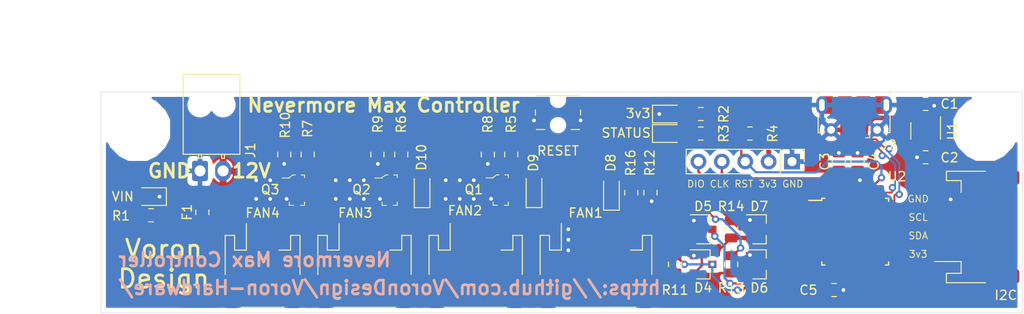
<source format=kicad_pcb>
(kicad_pcb (version 20171130) (host pcbnew "(5.1.5)-3")
  (layers (0 F.Cu signal) (31 B.Cu signal) (34 B.Paste user) (35 F.Paste user) (36 B.SilkS user) (37 F.SilkS user) (38 B.Mask user) (39 F.Mask user) (44 Edge.Cuts user))
  (net 0 "")
  (net 1 +12V)
  (net 2 GND)
  (net 3 "Net-(F1-Pad2)")
  (net 4 /USB_D+)
  (net 5 /USB_D-)
  (net 6 VBUS)
  (net 7 /PWM1)
  (net 8 /TACH1)
  (net 9 /TACH2)
  (net 10 /TACH3)
  (net 11 "Net-(Q2-Pad1)")
  (net 12 "Net-(Q3-Pad1)")
  (net 13 /FAN2_O)
  (net 14 /FAN3_O)
  (net 15 /FAN4_O)
  (net 16 /PWM2)
  (net 17 /PWM3)
  (net 18 /PWM4)
  (net 19 /~RESET)
  (net 20 /SWCLK)
  (net 21 /SWDIO)
  (net 22 /I2C_SDA)
  (net 23 /I2C_SCL)
  (net 24 +3.3VA)
  (net 25 "Net-(D1-Pad2)")
  (net 26 "Net-(D2-Pad2)")
  (net 27 "Net-(D3-Pad2)")
  (net 28 "Net-(D3-Pad1)")
  (net 29 "Net-(J5-Pad4)")
  (net 30 "Net-(Q1-Pad1)")
  (net 31 "Net-(D8-Pad1)")
  (net 32 "Net-(D9-Pad1)")
  (net 33 "Net-(D10-Pad1)")
  (module Diode_SMD:D_SOD-323_HandSoldering (layer F.Cu) (at 134.85 86.6775 90)
    (fp_text reference D10 (at 3.5775 -0.0675 90) (layer F.SilkS))
    (fp_text value D_Schottky)
    (pad 2 smd rect (at 1.25 0 90) (size 1 1) (layers F.Cu F.Paste F.Mask) (net 10 /TACH3))
    (pad 1 smd rect (at -1.25 0 90) (size 1 1) (layers F.Cu F.Paste F.Mask) (net 33 "Net-(D10-Pad1)"))
  )
  (module Diode_SMD:D_SOD-323_HandSoldering (layer F.Cu) (at 147 86.6675 90)
    (fp_text reference D9 (at 2.967499 -0.0675 90) (layer F.SilkS))
    (fp_text value D_Schottky)
    (pad 2 smd rect (at 1.25 0 90) (size 1 1) (layers F.Cu F.Paste F.Mask) (net 9 /TACH2))
    (pad 1 smd rect (at -1.25 0 90) (size 1 1) (layers F.Cu F.Paste F.Mask) (net 32 "Net-(D9-Pad1)"))
  )
  (module Diode_SMD:D_SOD-323_HandSoldering (layer F.Cu) (at 155.4 86.9475 90)
    (fp_text reference D8 (at 3.247499 -0.0675 90) (layer F.SilkS))
    (fp_text value D_Schottky)
    (pad 2 smd rect (at 1.25 0 90) (size 1 1) (layers F.Cu F.Paste F.Mask) (net 8 /TACH1))
    (pad 1 smd rect (at -1.25 0 90) (size 1 1) (layers F.Cu F.Paste F.Mask) (net 31 "Net-(D8-Pad1)"))
  )
  (module Package_TO_SOT_SMD:SOT-23-5 (layer F.Cu) (at 189.509 80.239 270)
    (fp_text reference U1 (at 0 -2.9 90) (layer F.SilkS))
    (fp_text value AP2127K-3.3)
    (pad 5 smd rect (at 1.1 -0.95 270) (size 1.06 0.65) (layers F.Cu F.Paste F.Mask) (net 24 +3.3VA))
    (pad 4 smd rect (at 1.1 0.95 270) (size 1.06 0.65) (layers F.Cu F.Paste F.Mask))
    (pad 3 smd rect (at -1.1 0.95 270) (size 1.06 0.65) (layers F.Cu F.Paste F.Mask) (net 6 VBUS))
    (pad 2 smd rect (at -1.1 0 270) (size 1.06 0.65) (layers F.Cu F.Paste F.Mask) (net 2 GND))
    (pad 1 smd rect (at -1.1 -0.95 270) (size 1.06 0.65) (layers F.Cu F.Paste F.Mask) (net 6 VBUS))
  )
  (module Resistor_SMD:R_0805_2012Metric (layer F.Cu) (at 165.1 78.4)
    (fp_text reference R2 (at 2.5 0.000001 90) (layer F.SilkS))
    (fp_text value 1k)
    (pad 2 smd roundrect (at 0.9375 0) (size 0.975 1.4) (layers F.Cu F.Paste F.Mask) (net 24 +3.3VA))
    (pad 1 smd roundrect (at -0.9375 0) (size 0.975 1.4) (layers F.Cu F.Paste F.Mask) (net 26 "Net-(D2-Pad2)"))
  )
  (module LED_SMD:LED_0805_2012Metric (layer F.Cu) (at 161.544 78.4)
    (fp_text reference D2 hide)
    (fp_text value 3v3 (at -3.244 -0.0675) (layer F.SilkS))
    (pad 2 smd roundrect (at 0.9375 0) (size 0.975 1.4) (layers F.Cu F.Paste F.Mask) (net 26 "Net-(D2-Pad2)"))
    (pad 1 smd roundrect (at -0.9375 0) (size 0.975 1.4) (layers F.Cu F.Paste F.Mask) (net 2 GND))
  )
  (module Capacitor_SMD:C_0805_2012Metric (layer F.Cu) (at 189.509 83.1 180)
    (fp_text reference C2 (at -2.591 -0.042) (layer F.SilkS))
    (fp_text value 4.7u)
    (pad 2 smd roundrect (at 0.9375 0 180) (size 0.975 1.4) (layers F.Cu F.Paste F.Mask) (net 2 GND))
    (pad 1 smd roundrect (at -0.9375 0 180) (size 0.975 1.4) (layers F.Cu F.Paste F.Mask) (net 24 +3.3VA))
  )
  (module Capacitor_SMD:C_0805_2012Metric (layer F.Cu) (at 189.509 77.3)
    (fp_text reference C1 (at 2.591 0) (layer F.SilkS))
    (fp_text value 4.7u)
    (pad 2 smd roundrect (at 0.9375 0) (size 0.975 1.4) (layers F.Cu F.Paste F.Mask) (net 2 GND))
    (pad 1 smd roundrect (at -0.9375 0) (size 0.975 1.4) (layers F.Cu F.Paste F.Mask) (net 6 VBUS))
  )
  (module Resistor_SMD:R_0805_2012Metric (layer F.Cu) (at 170.434 80.518 180)
    (fp_text reference R4 (at -2.4615 0 270) (layer F.SilkS))
    (fp_text value 10K)
    (pad 2 smd roundrect (at 0.9375 0 180) (size 0.975 1.4) (layers F.Cu F.Paste F.Mask) (net 19 /~RESET))
    (pad 1 smd roundrect (at -0.9375 0 180) (size 0.975 1.4) (layers F.Cu F.Paste F.Mask) (net 24 +3.3VA))
  )
  (module Capacitor_SMD:C_0805_2012Metric (layer F.Cu) (at 180.086 83.566 90)
    (fp_text reference C3 (at 0 -1.524 90) (layer F.SilkS))
    (fp_text value 100n)
    (pad 2 smd roundrect (at 0.9375 0 90) (size 0.975 1.4) (layers F.Cu F.Paste F.Mask) (net 2 GND))
    (pad 1 smd roundrect (at -0.9375 0 90) (size 0.975 1.4) (layers F.Cu F.Paste F.Mask) (net 24 +3.3VA))
  )
  (module Resistor_SMD:R_0805_2012Metric (layer F.Cu) (at 165.1 80.518)
    (fp_text reference R3 (at 2.5 0.000001 270) (layer F.SilkS))
    (fp_text value 1K)
    (pad 2 smd roundrect (at 0.9375 0) (size 0.975 1.4) (layers F.Cu F.Paste F.Mask) (net 24 +3.3VA))
    (pad 1 smd roundrect (at -0.9375 0) (size 0.975 1.4) (layers F.Cu F.Paste F.Mask) (net 27 "Net-(D3-Pad2)"))
  )
  (module Resistor_SMD:R_0805_2012Metric (layer F.Cu) (at 105.43 89.408)
    (fp_text reference R1 (at -3.262 0.053) (layer F.SilkS))
    (fp_text value 4k7)
    (pad 2 smd roundrect (at 0.9375 0) (size 0.975 1.4) (layers F.Cu F.Paste F.Mask) (net 1 +12V))
    (pad 1 smd roundrect (at -0.9375 0) (size 0.975 1.4) (layers F.Cu F.Paste F.Mask) (net 25 "Net-(D1-Pad2)"))
  )
  (module LED_SMD:LED_0805_2012Metric (layer F.Cu) (at 161.544 80.518)
    (fp_text reference D3 hide)
    (fp_text value STATUS (at -4.544 -0.0675) (layer F.SilkS))
    (pad 2 smd roundrect (at 0.9375 0) (size 0.975 1.4) (layers F.Cu F.Paste F.Mask) (net 27 "Net-(D3-Pad2)"))
    (pad 1 smd roundrect (at -0.9375 0) (size 0.975 1.4) (layers F.Cu F.Paste F.Mask) (net 28 "Net-(D3-Pad1)"))
  )
  (module LED_SMD:LED_0805_2012Metric (layer F.Cu) (at 105.41 87.376 180)
    (fp_text reference D1 hide)
    (fp_text value VIN (at 3.048 0) (layer F.SilkS))
    (pad 2 smd roundrect (at 0.9375 0 180) (size 0.975 1.4) (layers F.Cu F.Paste F.Mask) (net 25 "Net-(D1-Pad2)"))
    (pad 1 smd roundrect (at -0.9375 0 180) (size 0.975 1.4) (layers F.Cu F.Paste F.Mask) (net 2 GND))
  )
  (module Connector_JST:JST_PH_S4B-PH-SM4-TB_1x04-1MP_P2.00mm_Horizontal (layer F.Cu) (at 195.072 90.678 90)
    (fp_text reference J3 hide)
    (fp_text value I2C (at -7.422 3.128 180) (layer F.SilkS))
    (pad MP smd roundrect (at 5.35 2.9 90) (size 1.5 3.4) (layers F.Cu F.Paste F.Mask) (roundrect_rratio 0.166667))
    (pad MP smd roundrect (at -5.35 2.9 90) (size 1.5 3.4) (layers F.Cu F.Paste F.Mask) (roundrect_rratio 0.166667))
    (pad 4 smd roundrect (at 3 -2.85 90) (size 1 3.5) (layers F.Cu F.Paste F.Mask) (net 2 GND))
    (pad 3 smd roundrect (at 1 -2.85 90) (size 1 3.5) (layers F.Cu F.Paste F.Mask) (net 23 /I2C_SCL))
    (pad 2 smd roundrect (at -1 -2.85 90) (size 1 3.5) (layers F.Cu F.Paste F.Mask) (net 22 /I2C_SDA))
    (pad 1 smd roundrect (at -3 -2.85 90) (size 1 3.5) (layers F.Cu F.Paste F.Mask) (net 24 +3.3VA))
  )
  (module Resistor_SMD:R_0805_2012Metric (layer F.Cu) (at 168.402 94.742 270)
    (fp_text reference R13 (at 2.558 0.002 180) (layer F.SilkS))
    (fp_text value 10K)
    (pad 1 smd roundrect (at -0.9375 0 270) (size 0.975 1.4) (layers F.Cu F.Paste F.Mask) (net 9 /TACH2))
    (pad 2 smd roundrect (at 0.9375 0 270) (size 0.975 1.4) (layers F.Cu F.Paste F.Mask) (net 24 +3.3VA))
  )
  (module Capacitor_SMD:C_0805_2012Metric (layer F.Cu) (at 179.578 97.536)
    (fp_text reference C5 (at -2.794 0) (layer F.SilkS))
    (fp_text value 100n)
    (pad 2 smd roundrect (at 0.9375 0) (size 0.975 1.4) (layers F.Cu F.Paste F.Mask) (net 2 GND))
    (pad 1 smd roundrect (at -0.9375 0) (size 0.975 1.4) (layers F.Cu F.Paste F.Mask) (net 24 +3.3VA))
  )
  (module Package_TO_SOT_SMD:SOT-23 (layer F.Cu) (at 165.354 90.932)
    (fp_text reference D5 (at 0 -2.5) (layer F.SilkS))
    (fp_text value BAT54S)
    (pad 3 smd rect (at 1 0) (size 0.9 0.8) (layers F.Cu F.Paste F.Mask) (net 7 /PWM1))
    (pad 2 smd rect (at -1 0.95) (size 0.9 0.8) (layers F.Cu F.Paste F.Mask) (net 24 +3.3VA))
    (pad 1 smd rect (at -1 -0.95) (size 0.9 0.8) (layers F.Cu F.Paste F.Mask) (net 2 GND))
  )
  (module Package_TO_SOT_SMD:SOT-23 (layer F.Cu) (at 171.45 90.932)
    (fp_text reference D7 (at 0 -2.5) (layer F.SilkS))
    (fp_text value BAT54S)
    (pad 3 smd rect (at 1 0) (size 0.9 0.8) (layers F.Cu F.Paste F.Mask) (net 10 /TACH3))
    (pad 2 smd rect (at -1 0.95) (size 0.9 0.8) (layers F.Cu F.Paste F.Mask) (net 24 +3.3VA))
    (pad 1 smd rect (at -1 -0.95) (size 0.9 0.8) (layers F.Cu F.Paste F.Mask) (net 2 GND))
  )
  (module Package_TO_SOT_SMD:SOT-23 (layer F.Cu) (at 165.354 94.742)
    (fp_text reference D4 (at 0 2.558) (layer F.SilkS))
    (fp_text value BAT54S)
    (pad 1 smd rect (at -1 -0.95) (size 0.9 0.8) (layers F.Cu F.Paste F.Mask) (net 2 GND))
    (pad 2 smd rect (at -1 0.95) (size 0.9 0.8) (layers F.Cu F.Paste F.Mask) (net 24 +3.3VA))
    (pad 3 smd rect (at 1 0) (size 0.9 0.8) (layers F.Cu F.Paste F.Mask) (net 8 /TACH1))
  )
  (module Package_TO_SOT_SMD:SOT-23 (layer F.Cu) (at 171.45 94.742)
    (fp_text reference D6 (at 0 2.558) (layer F.SilkS))
    (fp_text value BAT54S)
    (pad 1 smd rect (at -1 -0.95) (size 0.9 0.8) (layers F.Cu F.Paste F.Mask) (net 2 GND))
    (pad 2 smd rect (at -1 0.95) (size 0.9 0.8) (layers F.Cu F.Paste F.Mask) (net 24 +3.3VA))
    (pad 3 smd rect (at 1 0) (size 0.9 0.8) (layers F.Cu F.Paste F.Mask) (net 9 /TACH2))
  )
  (module Resistor_SMD:R_0805_2012Metric (layer F.Cu) (at 168.402 90.932 270)
    (fp_text reference R14 (at -2.5 0.002 180) (layer F.SilkS))
    (fp_text value 10K)
    (pad 2 smd roundrect (at 0.9375 0 270) (size 0.975 1.4) (layers F.Cu F.Paste F.Mask) (net 24 +3.3VA))
    (pad 1 smd roundrect (at -0.9375 0 270) (size 0.975 1.4) (layers F.Cu F.Paste F.Mask) (net 10 /TACH3))
  )
  (module Resistor_SMD:R_0805_2012Metric (layer F.Cu) (at 162.306 94.742 270)
    (fp_text reference R11 (at 2.794 0 180) (layer F.SilkS))
    (fp_text value 10K)
    (pad 1 smd roundrect (at -0.9375 0 270) (size 0.975 1.4) (layers F.Cu F.Paste F.Mask) (net 8 /TACH1))
    (pad 2 smd roundrect (at 0.9375 0 270) (size 0.975 1.4) (layers F.Cu F.Paste F.Mask) (net 24 +3.3VA))
  )
  (module Resistor_SMD:R_0805_2012Metric (layer F.Cu) (at 130 82.804 270)
    (fp_text reference R9 (at -3.302 -0.048 90) (layer F.SilkS))
    (fp_text value 10K)
    (pad 2 smd roundrect (at 0.9375 0 270) (size 0.975 1.4) (layers F.Cu F.Paste F.Mask) (net 2 GND))
    (pad 1 smd roundrect (at -0.9375 0 270) (size 0.975 1.4) (layers F.Cu F.Paste F.Mask) (net 17 /PWM3))
  )
  (module Resistor_SMD:R_0805_2012Metric (layer F.Cu) (at 132.588 82.804 90)
    (fp_text reference R6 (at 3.302 0 90) (layer F.SilkS))
    (fp_text value 100R)
    (pad 2 smd roundrect (at 0.9375 0 90) (size 0.975 1.4) (layers F.Cu F.Paste F.Mask) (net 17 /PWM3))
    (pad 1 smd roundrect (at -0.9375 0 90) (size 0.975 1.4) (layers F.Cu F.Paste F.Mask) (net 11 "Net-(Q2-Pad1)"))
  )
  (module Resistor_SMD:R_0805_2012Metric (layer F.Cu) (at 141.986 82.804 270)
    (fp_text reference R8 (at -3.302 0 90) (layer F.SilkS))
    (fp_text value 10K)
    (pad 2 smd roundrect (at 0.9375 0 270) (size 0.975 1.4) (layers F.Cu F.Paste F.Mask) (net 2 GND))
    (pad 1 smd roundrect (at -0.9375 0 270) (size 0.975 1.4) (layers F.Cu F.Paste F.Mask) (net 16 /PWM2))
  )
  (module Resistor_SMD:R_0805_2012Metric (layer F.Cu) (at 144.526 82.804 90)
    (fp_text reference R5 (at 3.302 0 90) (layer F.SilkS))
    (fp_text value 100R)
    (pad 2 smd roundrect (at 0.9375 0 90) (size 0.975 1.4) (layers F.Cu F.Paste F.Mask) (net 16 /PWM2))
    (pad 1 smd roundrect (at -0.9375 0 90) (size 0.975 1.4) (layers F.Cu F.Paste F.Mask) (net 30 "Net-(Q1-Pad1)"))
  )
  (module Resistor_SMD:R_0805_2012Metric (layer F.Cu) (at 159.639 86.9475 90)
    (fp_text reference R12 (at 3.2475 -0.0675 90) (layer F.SilkS))
    (fp_text value 10K)
    (pad 2 smd roundrect (at 0.9375 0 90) (size 0.975 1.4) (layers F.Cu F.Paste F.Mask) (net 7 /PWM1))
    (pad 1 smd roundrect (at -0.9375 0 90) (size 0.975 1.4) (layers F.Cu F.Paste F.Mask) (net 2 GND))
  )
  (module Resistor_SMD:R_0805_2012Metric (layer F.Cu) (at 119.888 82.804 270)
    (fp_text reference R10 (at -3.204 -0.112 90) (layer F.SilkS))
    (fp_text value 10K)
    (pad 2 smd roundrect (at 0.9375 0 270) (size 0.975 1.4) (layers F.Cu F.Paste F.Mask) (net 2 GND))
    (pad 1 smd roundrect (at -0.9375 0 270) (size 0.975 1.4) (layers F.Cu F.Paste F.Mask) (net 18 /PWM4))
  )
  (module Resistor_SMD:R_0805_2012Metric (layer F.Cu) (at 122.428 82.804 90)
    (fp_text reference R7 (at 2.794 0 90) (layer F.SilkS))
    (fp_text value 100R)
    (pad 2 smd roundrect (at 0.9375 0 90) (size 0.975 1.4) (layers F.Cu F.Paste F.Mask) (net 18 /PWM4))
    (pad 1 smd roundrect (at -0.9375 0 90) (size 0.975 1.4) (layers F.Cu F.Paste F.Mask) (net 12 "Net-(Q3-Pad1)"))
  )
  (module Resistor_SMD:R_0805_2012Metric (layer F.Cu) (at 157.55475 86.9475 270)
    (fp_text reference R16 (at -3.2475 0.0675 270) (layer F.SilkS))
    (fp_text value 1K)
    (pad 2 smd roundrect (at 0.9375 0 270) (size 0.975 1.4) (layers F.Cu F.Paste F.Mask) (net 29 "Net-(J5-Pad4)"))
    (pad 1 smd roundrect (at -0.9375 0 270) (size 0.975 1.4) (layers F.Cu F.Paste F.Mask) (net 7 /PWM1))
  )
  (module digikey-footprints:SOT-23-3 (layer F.Cu) (at 121.2605 86.6775)
    (fp_text reference Q3 (at -2.8965 -0.0635) (layer F.SilkS))
    (fp_text value IRLML6344TRPBF)
    (pad 1 smd rect (at -1.05 -0.95) (size 1.3 0.6) (layers F.Cu F.Paste F.Mask) (net 12 "Net-(Q3-Pad1)"))
    (pad 2 smd rect (at -1.05 0.95) (size 1.3 0.6) (layers F.Cu F.Paste F.Mask) (net 2 GND))
    (pad 3 smd rect (at 1.05 0) (size 1.3 0.6) (layers F.Cu F.Paste F.Mask) (net 15 /FAN4_O))
  )
  (module digikey-footprints:SOT-23-3 (layer F.Cu) (at 131.3307 86.6775)
    (fp_text reference Q2 (at -3.0607 -0.0635) (layer F.SilkS))
    (fp_text value IRLML6344TRPBF)
    (pad 1 smd rect (at -1.05 -0.95) (size 1.3 0.6) (layers F.Cu F.Paste F.Mask) (net 11 "Net-(Q2-Pad1)"))
    (pad 2 smd rect (at -1.05 0.95) (size 1.3 0.6) (layers F.Cu F.Paste F.Mask) (net 2 GND))
    (pad 3 smd rect (at 1.05 0) (size 1.3 0.6) (layers F.Cu F.Paste F.Mask) (net 14 /FAN3_O))
  )
  (module digikey-footprints:SOT-23-3 (layer F.Cu) (at 143.3857 86.6675)
    (fp_text reference Q1 (at -2.9237 -0.0535) (layer F.SilkS))
    (fp_text value IRLML6344TRPBF)
    (pad 1 smd rect (at -1.05 -0.95) (size 1.3 0.6) (layers F.Cu F.Paste F.Mask) (net 30 "Net-(Q1-Pad1)"))
    (pad 2 smd rect (at -1.05 0.95) (size 1.3 0.6) (layers F.Cu F.Paste F.Mask) (net 2 GND))
    (pad 3 smd rect (at 1.05 0) (size 1.3 0.6) (layers F.Cu F.Paste F.Mask) (net 13 /FAN2_O))
  )
  (module Capacitor_SMD:C_0805_2012Metric (layer F.Cu) (at 182.118 83.566 90)
    (fp_text reference C4 (at 0 1.778 90) (layer F.SilkS))
    (fp_text value 100n)
    (pad 2 smd roundrect (at 0.9375 0 90) (size 0.975 1.4) (layers F.Cu F.Paste F.Mask) (net 2 GND))
    (pad 1 smd roundrect (at -0.9375 0 90) (size 0.975 1.4) (layers F.Cu F.Paste F.Mask) (net 24 +3.3VA))
  )
  (module Connector_JST:JST_PH_S2B-PH-SM4-TB_1x02-1MP_P2.00mm_Horizontal (layer F.Cu) (at 117.5385 94.9)
    (fp_text reference J8 hide)
    (fp_text value FAN4 (at 0 -5.746) (layer F.SilkS))
    (pad MP smd roundrect (at 3.35 2.9) (size 1.5 3.4) (layers F.Cu F.Paste F.Mask) (roundrect_rratio 0.166667))
    (pad MP smd roundrect (at -3.35 2.9) (size 1.5 3.4) (layers F.Cu F.Paste F.Mask) (roundrect_rratio 0.166667))
    (pad 2 smd roundrect (at 1 -2.85) (size 1 3.5) (layers F.Cu F.Paste F.Mask) (net 1 +12V))
    (pad 1 smd roundrect (at -1 -2.85) (size 1 3.5) (layers F.Cu F.Paste F.Mask) (net 15 /FAN4_O))
  )
  (module Package_QFP:TQFP-32_7x7mm_P0.8mm (layer F.Cu) (at 181.864 91.186)
    (fp_text reference U2 (at 4.536 -5.986 180) (layer F.SilkS))
    (fp_text value ATSAMD21E18A-AUT)
    (pad 32 smd rect (at -2.8 -4.25 90) (size 1.6 0.55) (layers F.Cu F.Paste F.Mask) (net 21 /SWDIO))
    (pad 31 smd rect (at -2 -4.25 90) (size 1.6 0.55) (layers F.Cu F.Paste F.Mask) (net 20 /SWCLK))
    (pad 30 smd rect (at -1.2 -4.25 90) (size 1.6 0.55) (layers F.Cu F.Paste F.Mask) (net 24 +3.3VA))
    (pad 29 smd rect (at -0.4 -4.25 90) (size 1.6 0.55) (layers F.Cu F.Paste F.Mask) (net 24 +3.3VA))
    (pad 28 smd rect (at 0.4 -4.25 90) (size 1.6 0.55) (layers F.Cu F.Paste F.Mask) (net 2 GND))
    (pad 27 smd rect (at 1.2 -4.25 90) (size 1.6 0.55) (layers F.Cu F.Paste F.Mask))
    (pad 26 smd rect (at 2 -4.25 90) (size 1.6 0.55) (layers F.Cu F.Paste F.Mask) (net 19 /~RESET))
    (pad 25 smd rect (at 2.8 -4.25 90) (size 1.6 0.55) (layers F.Cu F.Paste F.Mask) (net 4 /USB_D+))
    (pad 24 smd rect (at 4.25 -2.8) (size 1.6 0.55) (layers F.Cu F.Paste F.Mask) (net 5 /USB_D-))
    (pad 23 smd rect (at 4.25 -2) (size 1.6 0.55) (layers F.Cu F.Paste F.Mask))
    (pad 22 smd rect (at 4.25 -1.2) (size 1.6 0.55) (layers F.Cu F.Paste F.Mask))
    (pad 21 smd rect (at 4.25 -0.4) (size 1.6 0.55) (layers F.Cu F.Paste F.Mask))
    (pad 20 smd rect (at 4.25 0.4) (size 1.6 0.55) (layers F.Cu F.Paste F.Mask))
    (pad 19 smd rect (at 4.25 1.2) (size 1.6 0.55) (layers F.Cu F.Paste F.Mask))
    (pad 18 smd rect (at 4.25 2) (size 1.6 0.55) (layers F.Cu F.Paste F.Mask))
    (pad 17 smd rect (at 4.25 2.8) (size 1.6 0.55) (layers F.Cu F.Paste F.Mask))
    (pad 16 smd rect (at 2.8 4.25 90) (size 1.6 0.55) (layers F.Cu F.Paste F.Mask))
    (pad 15 smd rect (at 2 4.25 90) (size 1.6 0.55) (layers F.Cu F.Paste F.Mask))
    (pad 14 smd rect (at 1.2 4.25 90) (size 1.6 0.55) (layers F.Cu F.Paste F.Mask))
    (pad 13 smd rect (at 0.4 4.25 90) (size 1.6 0.55) (layers F.Cu F.Paste F.Mask))
    (pad 12 smd rect (at -0.4 4.25 90) (size 1.6 0.55) (layers F.Cu F.Paste F.Mask) (net 23 /I2C_SCL))
    (pad 11 smd rect (at -1.2 4.25 90) (size 1.6 0.55) (layers F.Cu F.Paste F.Mask) (net 22 /I2C_SDA))
    (pad 10 smd rect (at -2 4.25 90) (size 1.6 0.55) (layers F.Cu F.Paste F.Mask) (net 2 GND))
    (pad 9 smd rect (at -2.8 4.25 90) (size 1.6 0.55) (layers F.Cu F.Paste F.Mask) (net 24 +3.3VA))
    (pad 8 smd rect (at -4.25 2.8) (size 1.6 0.55) (layers F.Cu F.Paste F.Mask) (net 8 /TACH1))
    (pad 7 smd rect (at -4.25 2) (size 1.6 0.55) (layers F.Cu F.Paste F.Mask) (net 7 /PWM1))
    (pad 6 smd rect (at -4.25 1.2) (size 1.6 0.55) (layers F.Cu F.Paste F.Mask) (net 9 /TACH2))
    (pad 5 smd rect (at -4.25 0.4) (size 1.6 0.55) (layers F.Cu F.Paste F.Mask) (net 10 /TACH3))
    (pad 4 smd rect (at -4.25 -0.4) (size 1.6 0.55) (layers F.Cu F.Paste F.Mask) (net 16 /PWM2))
    (pad 3 smd rect (at -4.25 -1.2) (size 1.6 0.55) (layers F.Cu F.Paste F.Mask) (net 17 /PWM3))
    (pad 2 smd rect (at -4.25 -2) (size 1.6 0.55) (layers F.Cu F.Paste F.Mask) (net 18 /PWM4))
    (pad 1 smd rect (at -4.25 -2.8) (size 1.6 0.55) (layers F.Cu F.Paste F.Mask) (net 28 "Net-(D3-Pad1)"))
  )
  (module Connector_PinHeader_2.54mm:PinHeader_1x05_P2.54mm_Vertical (layer F.Cu) (at 175.006 83.566 270)
    (fp_text reference J4 hide)
    (fp_text value Debug hide)
    (pad 5 thru_hole oval (at 0 10.16 270) (size 1.7 1.7) (drill 1) (layers *.Cu *.Mask) (net 21 /SWDIO))
    (pad 4 thru_hole oval (at 0 7.62 270) (size 1.7 1.7) (drill 1) (layers *.Cu *.Mask) (net 20 /SWCLK))
    (pad 3 thru_hole oval (at 0 5.08 270) (size 1.7 1.7) (drill 1) (layers *.Cu *.Mask) (net 19 /~RESET))
    (pad 2 thru_hole oval (at 0 2.54 270) (size 1.7 1.7) (drill 1) (layers *.Cu *.Mask) (net 24 +3.3VA))
    (pad 1 thru_hole rect (at 0 0 270) (size 1.7 1.7) (drill 1) (layers *.Cu *.Mask) (net 2 GND))
  )
  (module Button_Switch_SMD:Panasonic_EVQPUL_EVQPUC (layer F.Cu) (at 149.6 78.232 180)
    (fp_text reference SW1 hide)
    (fp_text value RESET (at 0 -4.168) (layer F.SilkS))
    (pad "" np_thru_hole circle (at 0 -1.375) (size 0.75 0.75) (drill 0.75) (layers *.Cu *.Mask))
    (pad "" np_thru_hole circle (at 0 1.375) (size 0.75 0.75) (drill 0.75) (layers *.Cu *.Mask))
    (pad 1 smd rect (at 2.625 -0.85) (size 1.55 1) (layers F.Cu F.Paste F.Mask) (net 2 GND))
    (pad 1 smd rect (at -2.625 -0.85) (size 1.55 1) (layers F.Cu F.Paste F.Mask) (net 2 GND))
    (pad 2 smd rect (at -2.625 0.85) (size 1.55 1) (layers F.Cu F.Paste F.Mask) (net 19 /~RESET))
    (pad 2 smd rect (at 2.625 0.85) (size 1.55 1) (layers F.Cu F.Paste F.Mask) (net 19 /~RESET))
  )
  (module Connector_JST:JST_PH_S4B-PH-SM4-TB_1x04-1MP_P2.00mm_Horizontal (layer F.Cu) (at 153.7246 94.9)
    (fp_text reference J5 hide)
    (fp_text value FAN1 (at -1.1246 -5.746) (layer F.SilkS))
    (pad MP smd roundrect (at 5.35 2.9) (size 1.5 3.4) (layers F.Cu F.Paste F.Mask) (roundrect_rratio 0.166667))
    (pad MP smd roundrect (at -5.35 2.9) (size 1.5 3.4) (layers F.Cu F.Paste F.Mask) (roundrect_rratio 0.166667))
    (pad 4 smd roundrect (at 3 -2.85) (size 1 3.5) (layers F.Cu F.Paste F.Mask) (net 29 "Net-(J5-Pad4)"))
    (pad 3 smd roundrect (at 1 -2.85) (size 1 3.5) (layers F.Cu F.Paste F.Mask) (net 31 "Net-(D8-Pad1)"))
    (pad 2 smd roundrect (at -1 -2.85) (size 1 3.5) (layers F.Cu F.Paste F.Mask) (net 1 +12V))
    (pad 1 smd roundrect (at -3 -2.85) (size 1 3.5) (layers F.Cu F.Paste F.Mask) (net 2 GND))
  )
  (module Connector_JST:JST_PH_S3B-PH-SM4-TB_1x03-1MP_P2.00mm_Horizontal (layer F.Cu) (at 128.600533 94.9)
    (fp_text reference J7 hide)
    (fp_text value FAN3 (at -1.000533 -5.746) (layer F.SilkS))
    (pad MP smd roundrect (at 4.35 2.9) (size 1.5 3.4) (layers F.Cu F.Paste F.Mask) (roundrect_rratio 0.166667))
    (pad MP smd roundrect (at -4.35 2.9) (size 1.5 3.4) (layers F.Cu F.Paste F.Mask) (roundrect_rratio 0.166667))
    (pad 3 smd roundrect (at 2 -2.85) (size 1 3.5) (layers F.Cu F.Paste F.Mask) (net 33 "Net-(D10-Pad1)"))
    (pad 2 smd roundrect (at 0 -2.85) (size 1 3.5) (layers F.Cu F.Paste F.Mask) (net 1 +12V))
    (pad 1 smd roundrect (at -2 -2.85) (size 1 3.5) (layers F.Cu F.Paste F.Mask) (net 14 /FAN3_O))
  )
  (module Connector_JST:JST_PH_S3B-PH-SM4-TB_1x03-1MP_P2.00mm_Horizontal (layer F.Cu) (at 140.662566 94.9)
    (fp_text reference J6 hide)
    (fp_text value FAN2 (at -1.162566 -6) (layer F.SilkS))
    (pad MP smd roundrect (at 4.35 2.9) (size 1.5 3.4) (layers F.Cu F.Paste F.Mask) (roundrect_rratio 0.166667))
    (pad MP smd roundrect (at -4.35 2.9) (size 1.5 3.4) (layers F.Cu F.Paste F.Mask) (roundrect_rratio 0.166667))
    (pad 3 smd roundrect (at 2 -2.85) (size 1 3.5) (layers F.Cu F.Paste F.Mask) (net 32 "Net-(D9-Pad1)"))
    (pad 2 smd roundrect (at 0 -2.85) (size 1 3.5) (layers F.Cu F.Paste F.Mask) (net 1 +12V))
    (pad 1 smd roundrect (at -2 -2.85) (size 1 3.5) (layers F.Cu F.Paste F.Mask) (net 13 /FAN2_O))
  )
  (module Fuse:Fuse_0805_2012Metric_Pad1.15x1.40mm_HandSolder (layer F.Cu) (at 110.998 89.0815 90)
    (fp_text reference F1 (at 0 -1.65 90) (layer F.SilkS))
    (fp_text value 3.5A)
    (pad 2 smd roundrect (at 1.025 0 90) (size 1.15 1.4) (layers F.Cu F.Paste F.Mask) (roundrect_rratio 0.217391) (net 3 "Net-(F1-Pad2)"))
    (pad 1 smd roundrect (at -1.025 0 90) (size 1.15 1.4) (layers F.Cu F.Paste F.Mask) (roundrect_rratio 0.217391) (net 1 +12V))
  )
  (module Connector_USB:USB_Micro-B_Molex-105017-0001 (layer F.Cu) (at 181.742 78.659 180)
    (fp_text reference J2 (at -3.758 -3.1125) (layer F.SilkS))
    (fp_text value USB_B_Micro)
    (pad 6 smd rect (at -2.9 1.2375 180) (size 1.2 1.9) (layers F.Cu F.Mask) (net 2 GND))
    (pad 6 smd rect (at 2.9 1.2375 180) (size 1.2 1.9) (layers F.Cu F.Mask) (net 2 GND))
    (pad 6 thru_hole oval (at 3.5 1.2375 180) (size 1.2 1.9) (drill oval 0.6 1.3) (layers *.Cu *.Mask) (net 2 GND))
    (pad 6 thru_hole oval (at -3.5 1.2375) (size 1.2 1.9) (drill oval 0.6 1.3) (layers *.Cu *.Mask) (net 2 GND))
    (pad 6 smd rect (at -1 1.2375 180) (size 1.5 1.9) (layers F.Cu F.Paste F.Mask) (net 2 GND))
    (pad 6 thru_hole circle (at 2.5 -1.4625 180) (size 1.45 1.45) (drill 0.85) (layers *.Cu *.Mask) (net 2 GND))
    (pad 3 smd rect (at 0 -1.4625 180) (size 0.4 1.35) (layers F.Cu F.Paste F.Mask) (net 4 /USB_D+))
    (pad 4 smd rect (at 0.65 -1.4625 180) (size 0.4 1.35) (layers F.Cu F.Paste F.Mask) (net 2 GND))
    (pad 5 smd rect (at 1.3 -1.4625 180) (size 0.4 1.35) (layers F.Cu F.Paste F.Mask) (net 2 GND))
    (pad 1 smd rect (at -1.3 -1.4625 180) (size 0.4 1.35) (layers F.Cu F.Paste F.Mask) (net 6 VBUS))
    (pad 2 smd rect (at -0.65 -1.4625 180) (size 0.4 1.35) (layers F.Cu F.Paste F.Mask) (net 5 /USB_D-))
    (pad 6 thru_hole circle (at -2.5 -1.4625 180) (size 1.45 1.45) (drill 0.85) (layers *.Cu *.Mask) (net 2 GND))
    (pad 6 smd rect (at 1 1.2375 180) (size 1.5 1.9) (layers F.Cu F.Paste F.Mask) (net 2 GND))
  )
  (module MountingHole:MountingHole_3.2mm_M3 (layer F.Cu) (at 104 80)
    (fp_text reference H2 hide)
    (fp_text value MountingHole)
    (pad 1 np_thru_hole circle (at 0 0) (size 3.2 3.2) (drill 3.2) (layers *.Cu *.Mask))
  )
  (module MountingHole:MountingHole_3.2mm_M3 (layer F.Cu) (at 196 80)
    (fp_text reference H1 hide)
    (fp_text value MountingHole)
    (pad 1 np_thru_hole circle (at 0 0) (size 3.2 3.2) (drill 3.2) (layers *.Cu *.Mask))
  )
  (module Connector_Molex:Molex_Nano-Fit_105313-xx02_1x02_P2.50mm_Horizontal (layer F.Cu) (at 110.744 84.58 90)
    (fp_text reference J1 (at 2.2332 5.476 90) (layer F.SilkS))
    (fp_text value Conn_01x02)
    (pad "" np_thru_hole circle (at 7.18 2.5 90) (size 1.7 1.7) (drill 1.7) (layers *.Cu *.Mask))
    (pad "" np_thru_hole circle (at 7.18 0 90) (size 1.7 1.7) (drill 1.7) (layers *.Cu *.Mask))
    (pad 2 thru_hole oval (at 0 2.5 90) (size 2.2 1.7) (drill 1.2) (layers *.Cu *.Mask) (net 3 "Net-(F1-Pad2)"))
    (pad 1 thru_hole roundrect (at 0 0 90) (size 2.2 1.7) (drill 1.2) (layers *.Cu *.Mask) (roundrect_rratio 0.147059) (net 2 GND))
  )
  (gr_text "Nevermore Max Controller\n" (at 130.675143 77.434) (layer F.SilkS) (effects (font (size 1.5 1.5) (thickness 0.3))))
  (gr_text "Voron\nDesign" (at 106.8 94.7) (layer F.SilkS) (effects (font (size 2 2) (thickness 0.3))))
  (gr_text 3v3 (at 188.7 93.6305) (layer F.SilkS) (effects (font (size 0.75 0.75) (thickness 0.1))))
  (gr_text SDA (at 188.7 91.6305) (layer F.SilkS) (effects (font (size 0.75 0.75) (thickness 0.1))))
  (gr_text SCL (at 188.7 89.6305) (layer F.SilkS) (effects (font (size 0.75 0.75) (thickness 0.1))))
  (gr_text GND (at 188.7 87.6305) (layer F.SilkS) (effects (font (size 0.75 0.75) (thickness 0.1))))
  (gr_text "DIO CLK RST 3v3 GND" (at 169.926 86) (layer F.SilkS) (effects (font (size 0.75 0.75) (thickness 0.1))))
  (gr_text "Nevermore Max Controller\n" (at 116.675143 94.234) (layer B.SilkS) (effects (font (size 1.5 1.5) (thickness 0.3)) (justify mirror)))
  (gr_text https://github.com/VoronDesign/Voron-Hardware/ (at 131.318 97.282) (layer B.SilkS) (effects (font (size 1.5 1.5) (thickness 0.3)) (justify mirror)))
  (gr_text "GND    12V" (at 111.76 84.582) (layer F.SilkS) (effects (font (size 1.5 1.5) (thickness 0.3))))
  (gr_line (start 100 76) (end 100 100) (layer Edge.Cuts) (width 0.05))
  (gr_line (start 200 100) (end 200 76) (layer Edge.Cuts) (width 0.05))
  (gr_line (start 100 100) (end 200 100) (layer Edge.Cuts) (width 0.05))
  (gr_line (start 200 76) (end 100 76) (layer Edge.Cuts) (width 0.05))
  (segment (start 106.3675 89.408) (end 108.712 89.408) (width 0.25) (layer F.Cu) (net 1))
  (segment (start 109.4105 90.1065) (end 110.998 90.1065) (width 0.25) (layer F.Cu) (net 1))
  (segment (start 108.712 89.408) (end 109.4105 90.1065) (width 0.25) (layer F.Cu) (net 1))
  (via (at 150.7246 93.218) (size 0.8) (drill 0.4) (layers F.Cu B.Cu) (net 2))
  (via (at 150.7246 92.075) (size 0.8) (drill 0.4) (layers F.Cu B.Cu) (net 2))
  (via (at 150.7246 90.932) (size 0.8) (drill 0.4) (layers F.Cu B.Cu) (net 2))
  (via (at 180.594 97.536) (size 0.8) (drill 0.4) (layers F.Cu B.Cu) (net 2))
  (via (at 119.888 83.82) (size 0.8) (drill 0.4) (layers F.Cu B.Cu) (net 2))
  (via (at 130.048 83.82) (size 0.8) (drill 0.4) (layers F.Cu B.Cu) (net 2))
  (via (at 141.986 83.82) (size 0.8) (drill 0.4) (layers F.Cu B.Cu) (net 2))
  (via (at 170.434 93.726) (size 0.8) (drill 0.4) (layers F.Cu B.Cu) (net 2))
  (via (at 170.434 89.916) (size 0.8) (drill 0.4) (layers F.Cu B.Cu) (net 2))
  (via (at 159.766 87.884) (size 0.8) (drill 0.4) (layers F.Cu B.Cu) (net 2))
  (via (at 138.938 85.598) (size 0.8) (drill 0.4) (layers F.Cu B.Cu) (net 2))
  (via (at 137.414 87.63) (size 0.8) (drill 0.4) (layers F.Cu B.Cu) (net 2))
  (via (at 140.462 85.598) (size 0.8) (drill 0.4) (layers F.Cu B.Cu) (net 2))
  (via (at 138.938 87.63) (size 0.8) (drill 0.4) (layers F.Cu B.Cu) (net 2))
  (via (at 137.414 85.598) (size 0.8) (drill 0.4) (layers F.Cu B.Cu) (net 2))
  (via (at 140.462 87.63) (size 0.8) (drill 0.4) (layers F.Cu B.Cu) (net 2))
  (via (at 127 85.598) (size 0.8) (drill 0.4) (layers F.Cu B.Cu) (net 2))
  (segment (start 179.242 80.1215) (end 181.041991 80.1215) (width 0.5) (layer F.Cu) (net 2))
  (segment (start 178.842 77.4215) (end 180.742 77.4215) (width 0.5) (layer F.Cu) (net 2))
  (segment (start 182.742 77.4215) (end 184.642 77.4215) (width 0.5) (layer F.Cu) (net 2))
  (segment (start 189.509 78.2785) (end 190.2875 77.5) (width 0.5) (layer F.Cu) (net 2))
  (segment (start 189.509 79.139) (end 189.509 78.2785) (width 0.5) (layer F.Cu) (net 2))
  (segment (start 140.6857 87.6175) (end 140.6732 87.63) (width 1) (layer F.Cu) (net 2))
  (segment (start 142.3357 87.6175) (end 142.3357 87.6175) (width 1) (layer F.Cu) (net 2))
  (segment (start 140.6732 87.63) (end 139.192 87.63) (width 1) (layer F.Cu) (net 2))
  (segment (start 128.6307 87.6275) (end 128.6282 87.63) (width 1) (layer F.Cu) (net 2))
  (segment (start 130.2807 87.6275) (end 130.2807 87.6275) (width 1) (layer F.Cu) (net 2))
  (segment (start 128.6282 87.63) (end 128.524 87.63) (width 1) (layer F.Cu) (net 2))
  (via (at 127 87.63) (size 0.8) (drill 0.4) (layers F.Cu B.Cu) (net 2))
  (via (at 128.524 87.63) (size 0.8) (drill 0.4) (layers F.Cu B.Cu) (net 2))
  (segment (start 128.524 87.63) (end 128.016 87.63) (width 1) (layer F.Cu) (net 2))
  (via (at 125.476 87.63) (size 0.8) (drill 0.4) (layers F.Cu B.Cu) (net 2))
  (via (at 125.476 85.598) (size 0.8) (drill 0.4) (layers F.Cu B.Cu) (net 2))
  (via (at 128.524 85.598) (size 0.8) (drill 0.4) (layers F.Cu B.Cu) (net 2))
  (segment (start 118.8745 87.6275) (end 118.872 87.63) (width 1) (layer F.Cu) (net 2))
  (segment (start 120.2105 87.6275) (end 120.1445 87.6275) (width 1) (layer F.Cu) (net 2))
  (segment (start 118.872 87.63) (end 118.364 87.63) (width 1) (layer F.Cu) (net 2))
  (via (at 116.84 85.598) (size 0.8) (drill 0.4) (layers F.Cu B.Cu) (net 2))
  (via (at 118.364 85.598) (size 0.8) (drill 0.4) (layers F.Cu B.Cu) (net 2))
  (segment (start 118.364 87.63) (end 117.856 87.63) (width 1) (layer F.Cu) (net 2))
  (via (at 118.364 87.63) (size 0.8) (drill 0.4) (layers F.Cu B.Cu) (net 2))
  (via (at 116.84 87.63) (size 0.8) (drill 0.4) (layers F.Cu B.Cu) (net 2))
  (via (at 164.354 93.792) (size 0.8) (drill 0.4) (layers F.Cu B.Cu) (net 2))
  (via (at 164.354 89.982) (size 0.8) (drill 0.4) (layers F.Cu B.Cu) (net 2))
  (segment (start 179.864 96.8845) (end 180.5155 97.536) (width 0.5) (layer F.Cu) (net 2))
  (segment (start 179.864 95.436) (end 179.864 96.8845) (width 0.5) (layer F.Cu) (net 2))
  (via (at 190.4375 77.5) (size 0.8) (drill 0.4) (layers F.Cu B.Cu) (net 2))
  (via (at 192.222 87.678) (size 0.8) (drill 0.4) (layers F.Cu B.Cu) (net 2))
  (via (at 106.3475 87.376) (size 0.8) (drill 0.4) (layers F.Cu B.Cu) (net 2))
  (via (at 152.061 79.082) (size 0.8) (drill 0.4) (layers F.Cu B.Cu) (net 2))
  (via (at 182.372 85.598) (size 0.8) (drill 0.4) (layers F.Cu B.Cu) (net 2))
  (segment (start 182.264 86.936) (end 182.264 85.706) (width 0.25) (layer F.Cu) (net 2))
  (segment (start 182.264 85.706) (end 182.372 85.598) (width 0.25) (layer F.Cu) (net 2))
  (via (at 180.086 82.6285) (size 0.8) (drill 0.4) (layers F.Cu B.Cu) (net 2))
  (via (at 182.118 82.6285) (size 0.8) (drill 0.4) (layers F.Cu B.Cu) (net 2))
  (segment (start 120.1445 87.6275) (end 118.8745 87.6275) (width 1) (layer F.Cu) (net 2))
  (via (at 120.1445 87.6275) (size 0.8) (drill 0.4) (layers F.Cu B.Cu) (net 2))
  (segment (start 130.2807 87.6275) (end 128.6307 87.6275) (width 1) (layer F.Cu) (net 2))
  (via (at 130.2807 87.6275) (size 0.8) (drill 0.4) (layers F.Cu B.Cu) (net 2))
  (segment (start 142.3357 87.6175) (end 140.6857 87.6175) (width 1) (layer F.Cu) (net 2))
  (via (at 142.3357 87.6175) (size 0.8) (drill 0.4) (layers F.Cu B.Cu) (net 2))
  (via (at 160.6 78.4) (size 0.8) (drill 0.4) (layers F.Cu B.Cu) (net 2))
  (segment (start 160.6065 78.4) (end 160.6 78.4) (width 0.25) (layer F.Cu) (net 2))
  (via (at 188.5715 83.1) (size 0.8) (drill 0.4) (layers F.Cu B.Cu) (net 2))
  (via (at 147 79.1) (size 0.8) (drill 0.4) (layers F.Cu B.Cu) (net 2))
  (via (at 185.905694 86.401842) (size 0.8) (drill 0.4) (layers F.Cu B.Cu) (net 4))
  (segment (start 184.664 86.936) (end 185.795801 86.936) (width 0.2) (layer F.Cu) (net 4))
  (segment (start 185.795801 86.936) (end 185.905694 86.826107) (width 0.2) (layer F.Cu) (net 4))
  (segment (start 185.905694 86.826107) (end 185.905694 86.401842) (width 0.2) (layer F.Cu) (net 4))
  (segment (start 182.45199 81.596492) (end 183.844982 81.596492) (width 0.2) (layer F.Cu) (net 4))
  (segment (start 181.891999 81.036501) (end 182.45199 81.596492) (width 0.2) (layer F.Cu) (net 4))
  (segment (start 181.742 80.1215) (end 181.891999 80.271499) (width 0.2) (layer F.Cu) (net 4))
  (segment (start 183.844982 81.596492) (end 184.794768 82.546278) (width 0.2) (layer F.Cu) (net 4))
  (segment (start 181.891999 80.271499) (end 181.891999 81.036501) (width 0.2) (layer F.Cu) (net 4))
  (segment (start 184.794768 82.546278) (end 184.794768 82.921232) (width 0.2) (layer F.Cu) (net 4))
  (segment (start 184.794768 82.921232) (end 185.219033 82.921232) (width 0.2) (layer B.Cu) (net 4))
  (via (at 184.794768 82.921232) (size 0.8) (drill 0.4) (layers F.Cu B.Cu) (net 4))
  (segment (start 186.198158 83.900357) (end 185.219033 82.921232) (width 0.2) (layer B.Cu) (net 4))
  (segment (start 185.905694 86.401842) (end 186.198158 86.109378) (width 0.2) (layer B.Cu) (net 4))
  (segment (start 186.198158 86.109378) (end 186.198158 83.900357) (width 0.2) (layer B.Cu) (net 4))
  (segment (start 185.162278 82.178768) (end 185.537232 82.178768) (width 0.2) (layer F.Cu) (net 5))
  (segment (start 184.130011 81.146501) (end 185.162278 82.178768) (width 0.2) (layer F.Cu) (net 5))
  (segment (start 182.651999 81.146501) (end 184.130011 81.146501) (width 0.2) (layer F.Cu) (net 5))
  (segment (start 182.49199 80.986492) (end 182.651999 81.146501) (width 0.2) (layer F.Cu) (net 5))
  (segment (start 182.49199 80.1215) (end 182.49199 80.986492) (width 0.2) (layer F.Cu) (net 5))
  (segment (start 182.392 80.1215) (end 182.49199 80.1215) (width 0.2) (layer F.Cu) (net 5))
  (via (at 185.537232 82.178768) (size 0.8) (drill 0.4) (layers F.Cu B.Cu) (net 5))
  (segment (start 186.223893 87.144306) (end 186.648158 87.144306) (width 0.2) (layer F.Cu) (net 5))
  (segment (start 186.114 87.254199) (end 186.223893 87.144306) (width 0.2) (layer F.Cu) (net 5))
  (via (at 186.648158 87.144306) (size 0.8) (drill 0.4) (layers F.Cu B.Cu) (net 5))
  (segment (start 186.114 88.386) (end 186.114 87.254199) (width 0.2) (layer F.Cu) (net 5))
  (segment (start 185.537232 82.603033) (end 185.537232 82.178768) (width 0.2) (layer B.Cu) (net 5))
  (segment (start 186.648158 83.713959) (end 185.537232 82.603033) (width 0.2) (layer B.Cu) (net 5))
  (segment (start 186.648158 87.144306) (end 186.648158 83.713959) (width 0.2) (layer B.Cu) (net 5))
  (segment (start 183.866999 78.821501) (end 186.862499 78.821501) (width 0.5) (layer F.Cu) (net 6))
  (segment (start 183.042 80.1215) (end 183.042 79.6465) (width 0.5) (layer F.Cu) (net 6))
  (segment (start 183.042 79.6465) (end 183.866999 78.821501) (width 0.5) (layer F.Cu) (net 6))
  (segment (start 188.184 77.5) (end 188.7125 77.5) (width 0.5) (layer F.Cu) (net 6))
  (segment (start 186.862499 78.821501) (end 188.184 77.5) (width 0.5) (layer F.Cu) (net 6))
  (segment (start 188.7125 78.9855) (end 188.559 79.139) (width 0.5) (layer F.Cu) (net 6))
  (segment (start 188.7125 77.5) (end 188.7125 78.9855) (width 0.5) (layer F.Cu) (net 6))
  (segment (start 190.459 79.854002) (end 190.459 79.139) (width 0.5) (layer F.Cu) (net 6))
  (segment (start 190.194001 80.119001) (end 190.459 79.854002) (width 0.5) (layer F.Cu) (net 6))
  (segment (start 188.559 79.854002) (end 188.823999 80.119001) (width 0.5) (layer F.Cu) (net 6))
  (segment (start 188.823999 80.119001) (end 190.194001 80.119001) (width 0.5) (layer F.Cu) (net 6))
  (segment (start 188.559 79.139) (end 188.559 79.854002) (width 0.5) (layer F.Cu) (net 6))
  (segment (start 157.55475 86.01) (end 159.639 86.01) (width 0.25) (layer F.Cu) (net 7))
  (via (at 166.624 91.694) (size 0.8) (drill 0.4) (layers F.Cu B.Cu) (net 7))
  (segment (start 166.354 90.932) (end 166.354 91.424) (width 0.25) (layer F.Cu) (net 7))
  (segment (start 166.354 91.424) (end 166.624 91.694) (width 0.25) (layer F.Cu) (net 7))
  (via (at 168.275087 96.811) (size 0.8) (drill 0.4) (layers F.Cu B.Cu) (net 7))
  (segment (start 167.676999 96.212912) (end 168.275087 96.811) (width 0.25) (layer B.Cu) (net 7))
  (segment (start 166.624 91.694) (end 167.676999 92.746999) (width 0.25) (layer B.Cu) (net 7))
  (segment (start 167.676999 92.746999) (end 167.676999 96.212912) (width 0.25) (layer B.Cu) (net 7))
  (segment (start 176.564 93.186) (end 177.614 93.186) (width 0.25) (layer F.Cu) (net 7))
  (segment (start 176.054 93.186) (end 176.564 93.186) (width 0.25) (layer F.Cu) (net 7))
  (segment (start 172.429 96.811) (end 176.054 93.186) (width 0.25) (layer F.Cu) (net 7))
  (segment (start 168.275087 96.811) (end 172.429 96.811) (width 0.25) (layer F.Cu) (net 7))
  (segment (start 164.338 90.932) (end 166.354 90.932) (width 0.25) (layer F.Cu) (net 7))
  (segment (start 163.83 90.932) (end 164.338 90.932) (width 0.25) (layer F.Cu) (net 7))
  (segment (start 160.66401 87.76601) (end 163.83 90.932) (width 0.25) (layer F.Cu) (net 7))
  (segment (start 160.66401 87.03501) (end 160.66401 87.76601) (width 0.25) (layer F.Cu) (net 7))
  (segment (start 159.639 86.01) (end 160.66401 87.03501) (width 0.25) (layer F.Cu) (net 7))
  (via (at 163.322 94.742) (size 0.8) (drill 0.4) (layers F.Cu B.Cu) (net 8))
  (segment (start 162.306 93.8045) (end 162.3845 93.8045) (width 0.25) (layer F.Cu) (net 8))
  (segment (start 162.3845 93.8045) (end 163.322 94.742) (width 0.25) (layer F.Cu) (net 8))
  (segment (start 163.322 94.742) (end 166.354 94.742) (width 0.25) (layer B.Cu) (net 8))
  (via (at 166.354 94.742) (size 0.8) (drill 0.4) (layers F.Cu B.Cu) (net 8))
  (via (at 169.078225 97.536) (size 0.8) (drill 0.4) (layers F.Cu B.Cu) (net 8))
  (segment (start 167.927085 97.536) (end 169.078225 97.536) (width 0.25) (layer B.Cu) (net 8))
  (segment (start 166.354 94.742) (end 166.354 95.962915) (width 0.25) (layer B.Cu) (net 8))
  (segment (start 166.354 95.962915) (end 167.927085 97.536) (width 0.25) (layer B.Cu) (net 8))
  (segment (start 162.306 90.17) (end 162.306 93.8045) (width 0.25) (layer F.Cu) (net 8))
  (segment (start 161.544 89.408) (end 162.306 90.17) (width 0.25) (layer F.Cu) (net 8))
  (segment (start 156.532991 87.07249) (end 158.28082 87.07249) (width 0.25) (layer F.Cu) (net 8))
  (segment (start 155.470501 86.01) (end 156.532991 87.07249) (width 0.25) (layer F.Cu) (net 8))
  (segment (start 158.28082 87.07249) (end 158.61399 87.40566) (width 0.25) (layer F.Cu) (net 8))
  (segment (start 158.61399 87.40566) (end 158.61399 88.36434) (width 0.25) (layer F.Cu) (net 8))
  (segment (start 158.61399 88.36434) (end 159.65765 89.408) (width 0.25) (layer F.Cu) (net 8))
  (segment (start 159.65765 89.408) (end 161.544 89.408) (width 0.25) (layer F.Cu) (net 8))
  (segment (start 169.64391 97.536) (end 169.9189 97.26101) (width 0.25) (layer F.Cu) (net 8))
  (segment (start 169.078225 97.536) (end 169.64391 97.536) (width 0.25) (layer F.Cu) (net 8))
  (segment (start 169.9189 97.26101) (end 172.615401 97.261009) (width 0.25) (layer F.Cu) (net 8))
  (segment (start 175.89041 93.986) (end 177.614 93.986) (width 0.25) (layer F.Cu) (net 8))
  (segment (start 172.615401 97.261009) (end 175.89041 93.986) (width 0.25) (layer F.Cu) (net 8))
  (segment (start 169.3395 94.742) (end 172.45 94.742) (width 0.25) (layer F.Cu) (net 9))
  (segment (start 168.402 93.8045) (end 169.3395 94.742) (width 0.25) (layer F.Cu) (net 9))
  (segment (start 176.564 92.386) (end 177.614 92.386) (width 0.25) (layer F.Cu) (net 9))
  (segment (start 175.506 92.386) (end 176.564 92.386) (width 0.25) (layer F.Cu) (net 9))
  (segment (start 173.15 94.742) (end 175.506 92.386) (width 0.25) (layer F.Cu) (net 9))
  (segment (start 172.45 94.742) (end 173.15 94.742) (width 0.25) (layer F.Cu) (net 9))
  (via (at 169.418 92.964) (size 0.8) (drill 0.4) (layers F.Cu B.Cu) (net 9))
  (segment (start 168.402 93.8045) (end 168.5775 93.8045) (width 0.25) (layer F.Cu) (net 9))
  (segment (start 168.5775 93.8045) (end 169.418 92.964) (width 0.25) (layer F.Cu) (net 9))
  (via (at 166.698501 89.841499) (size 0.8) (drill 0.4) (layers F.Cu B.Cu) (net 9))
  (segment (start 167.447001 89.841499) (end 166.698501 89.841499) (width 0.25) (layer B.Cu) (net 9))
  (segment (start 169.418 91.812498) (end 167.447001 89.841499) (width 0.25) (layer B.Cu) (net 9))
  (segment (start 169.418 92.964) (end 169.418 91.812498) (width 0.25) (layer B.Cu) (net 9))
  (segment (start 147 85.5) (end 147 85.6175) (width 0.25) (layer F.Cu) (net 9))
  (segment (start 166.114001 89.256999) (end 162.916999 89.256999) (width 0.25) (layer F.Cu) (net 9))
  (segment (start 161.29 87.63) (end 161.29 86.106) (width 0.25) (layer F.Cu) (net 9))
  (segment (start 166.698501 89.841499) (end 166.114001 89.256999) (width 0.25) (layer F.Cu) (net 9))
  (segment (start 162.916999 89.256999) (end 161.29 87.63) (width 0.25) (layer F.Cu) (net 9))
  (segment (start 147.75 85.4175) (end 148.757075 84.410425) (width 0.25) (layer F.Cu) (net 9))
  (segment (start 147 85.4175) (end 147.75 85.4175) (width 0.25) (layer F.Cu) (net 9))
  (segment (start 148.757075 84.410425) (end 159.594425 84.410425) (width 0.25) (layer F.Cu) (net 9))
  (segment (start 159.594425 84.410425) (end 161.29 86.106) (width 0.25) (layer F.Cu) (net 9))
  (segment (start 172.45 90.932) (end 173.15 90.932) (width 0.25) (layer F.Cu) (net 10))
  (segment (start 176.564 91.586) (end 177.614 91.586) (width 0.25) (layer F.Cu) (net 10))
  (segment (start 173.15 90.932) (end 173.804 91.586) (width 0.25) (layer F.Cu) (net 10))
  (segment (start 173.804 91.586) (end 176.564 91.586) (width 0.25) (layer F.Cu) (net 10))
  (segment (start 169.3395 90.932) (end 172.45 90.932) (width 0.25) (layer F.Cu) (net 10))
  (segment (start 168.402 89.9945) (end 169.3395 90.932) (width 0.25) (layer F.Cu) (net 10))
  (segment (start 167.214489 88.806989) (end 168.402 89.9945) (width 0.25) (layer F.Cu) (net 10))
  (segment (start 163.103399 88.806989) (end 167.214489 88.806989) (width 0.25) (layer F.Cu) (net 10))
  (segment (start 161.74001 87.4436) (end 163.103399 88.806989) (width 0.25) (layer F.Cu) (net 10))
  (segment (start 161.74001 85.9196) (end 161.74001 87.4436) (width 0.25) (layer F.Cu) (net 10))
  (segment (start 148.730415 83.960415) (end 159.780825 83.960415) (width 0.25) (layer F.Cu) (net 10))
  (segment (start 147.44901 82.67901) (end 148.730415 83.960415) (width 0.25) (layer F.Cu) (net 10))
  (segment (start 136.92099 82.67901) (end 147.44901 82.67901) (width 0.25) (layer F.Cu) (net 10))
  (segment (start 134.85 84.75) (end 136.92099 82.67901) (width 0.25) (layer F.Cu) (net 10))
  (segment (start 159.780825 83.960415) (end 161.74001 85.9196) (width 0.25) (layer F.Cu) (net 10))
  (segment (start 134.85 85.6275) (end 134.85 84.75) (width 0.25) (layer F.Cu) (net 10))
  (segment (start 132.588 83.7702) (end 132.588 83.7415) (width 0.25) (layer F.Cu) (net 11))
  (segment (start 130.6307 85.7275) (end 132.588 83.7702) (width 0.25) (layer F.Cu) (net 11))
  (segment (start 130.2807 85.7275) (end 130.6307 85.7275) (width 0.25) (layer F.Cu) (net 11))
  (segment (start 122.428 83.86) (end 122.428 83.7415) (width 0.25) (layer F.Cu) (net 12))
  (segment (start 120.5605 85.7275) (end 122.428 83.86) (width 0.25) (layer F.Cu) (net 12))
  (segment (start 120.2105 85.7275) (end 120.5605 85.7275) (width 0.25) (layer F.Cu) (net 12))
  (segment (start 138.670533 90.2) (end 139.870533 89) (width 1) (layer F.Cu) (net 13))
  (segment (start 138.670533 92.05) (end 138.670533 90.2) (width 1) (layer F.Cu) (net 13))
  (segment (start 144.4507 87.9775) (end 144.4507 86.6775) (width 1) (layer F.Cu) (net 13))
  (segment (start 143.4282 89) (end 144.4507 87.9775) (width 1) (layer F.Cu) (net 13))
  (segment (start 139.870533 89) (end 143.4282 89) (width 1) (layer F.Cu) (net 13))
  (segment (start 132.3807 87.9775) (end 132.3807 86.6775) (width 1) (layer F.Cu) (net 14))
  (segment (start 131.3582 89) (end 132.3807 87.9775) (width 1) (layer F.Cu) (net 14))
  (segment (start 127.800533 89) (end 131.3582 89) (width 1) (layer F.Cu) (net 14))
  (segment (start 126.600533 90.2) (end 127.800533 89) (width 1) (layer F.Cu) (net 14))
  (segment (start 126.600533 92.05) (end 126.600533 90.2) (width 1) (layer F.Cu) (net 14))
  (segment (start 121.3082 89) (end 122.3307 87.9775) (width 1) (layer F.Cu) (net 15))
  (segment (start 117.750533 89) (end 121.3082 89) (width 1) (layer F.Cu) (net 15))
  (segment (start 122.3307 87.9775) (end 122.3307 86.6775) (width 1) (layer F.Cu) (net 15))
  (segment (start 116.550533 92.05) (end 116.550533 90.2) (width 1) (layer F.Cu) (net 15))
  (segment (start 116.550533 90.2) (end 117.750533 89) (width 1) (layer F.Cu) (net 15))
  (segment (start 141.986 81.8665) (end 144.526 81.8665) (width 0.25) (layer F.Cu) (net 16))
  (segment (start 174.134979 88.356979) (end 176.564 90.786) (width 0.25) (layer F.Cu) (net 16))
  (segment (start 163.289799 88.356979) (end 174.134979 88.356979) (width 0.25) (layer F.Cu) (net 16))
  (segment (start 147.27291 81.8665) (end 148.916815 83.510405) (width 0.25) (layer F.Cu) (net 16))
  (segment (start 162.19002 87.2572) (end 163.289799 88.356979) (width 0.25) (layer F.Cu) (net 16))
  (segment (start 144.526 81.8665) (end 147.27291 81.8665) (width 0.25) (layer F.Cu) (net 16))
  (segment (start 159.967225 83.510405) (end 162.19002 85.7332) (width 0.25) (layer F.Cu) (net 16))
  (segment (start 176.564 90.786) (end 177.614 90.786) (width 0.25) (layer F.Cu) (net 16))
  (segment (start 148.916815 83.510405) (end 159.967225 83.510405) (width 0.25) (layer F.Cu) (net 16))
  (segment (start 162.19002 85.7332) (end 162.19002 87.2572) (width 0.25) (layer F.Cu) (net 16))
  (segment (start 130 81.8665) (end 132.588 81.8665) (width 0.25) (layer F.Cu) (net 17))
  (segment (start 176.714 89.986) (end 177.614 89.986) (width 0.25) (layer F.Cu) (net 17))
  (segment (start 176.66159 89.986) (end 176.714 89.986) (width 0.25) (layer F.Cu) (net 17))
  (segment (start 174.582559 87.906969) (end 176.66159 89.986) (width 0.25) (layer F.Cu) (net 17))
  (segment (start 163.476199 87.906969) (end 174.582559 87.906969) (width 0.25) (layer F.Cu) (net 17))
  (segment (start 162.64003 87.0708) (end 163.476199 87.906969) (width 0.25) (layer F.Cu) (net 17))
  (segment (start 149.103215 83.060395) (end 160.153625 83.060395) (width 0.25) (layer F.Cu) (net 17))
  (segment (start 147.09681 81.05399) (end 149.103215 83.060395) (width 0.25) (layer F.Cu) (net 17))
  (segment (start 162.64003 85.5468) (end 162.64003 87.0708) (width 0.25) (layer F.Cu) (net 17))
  (segment (start 133.40051 81.05399) (end 147.09681 81.05399) (width 0.25) (layer F.Cu) (net 17))
  (segment (start 160.153625 83.060395) (end 162.64003 85.5468) (width 0.25) (layer F.Cu) (net 17))
  (segment (start 132.588 81.8665) (end 133.40051 81.05399) (width 0.25) (layer F.Cu) (net 17))
  (segment (start 119.888 81.8665) (end 122.428 81.8665) (width 0.25) (layer F.Cu) (net 18))
  (segment (start 176.498 89.186) (end 177.614 89.186) (width 0.25) (layer F.Cu) (net 18))
  (segment (start 163.09004 85.3604) (end 163.09004 86.8844) (width 0.25) (layer F.Cu) (net 18))
  (segment (start 160.340025 82.610385) (end 163.09004 85.3604) (width 0.25) (layer F.Cu) (net 18))
  (segment (start 163.09004 86.8844) (end 163.662599 87.456959) (width 0.25) (layer F.Cu) (net 18))
  (segment (start 149.289615 82.610385) (end 160.340025 82.610385) (width 0.25) (layer F.Cu) (net 18))
  (segment (start 163.662599 87.456959) (end 174.768959 87.456959) (width 0.25) (layer F.Cu) (net 18))
  (segment (start 147.28321 80.60398) (end 149.289615 82.610385) (width 0.25) (layer F.Cu) (net 18))
  (segment (start 174.768959 87.456959) (end 176.498 89.186) (width 0.25) (layer F.Cu) (net 18))
  (segment (start 123.69052 80.60398) (end 147.28321 80.60398) (width 0.25) (layer F.Cu) (net 18))
  (segment (start 122.428 81.8665) (end 123.69052 80.60398) (width 0.25) (layer F.Cu) (net 18))
  (via (at 184.713049 85.320042) (size 0.8) (drill 0.4) (layers F.Cu B.Cu) (net 19))
  (segment (start 183.864 86.936) (end 183.864 86.169091) (width 0.25) (layer F.Cu) (net 19))
  (segment (start 183.864 86.169091) (end 184.713049 85.320042) (width 0.25) (layer F.Cu) (net 19))
  (segment (start 184.713049 85.320042) (end 184.713049 84.072047) (width 0.25) (layer B.Cu) (net 19))
  (segment (start 184.713049 84.072047) (end 184.207002 83.566) (width 0.25) (layer B.Cu) (net 19))
  (segment (start 184.207002 83.566) (end 178.816 83.566) (width 0.25) (layer B.Cu) (net 19))
  (segment (start 177.640999 84.741001) (end 178.816 83.566) (width 0.25) (layer B.Cu) (net 19))
  (segment (start 171.101001 84.741001) (end 177.640999 84.741001) (width 0.25) (layer B.Cu) (net 19))
  (segment (start 169.926 83.566) (end 171.101001 84.741001) (width 0.25) (layer B.Cu) (net 19))
  (segment (start 160.99299 79.49299) (end 161.29299 79.49299) (width 0.25) (layer F.Cu) (net 19))
  (segment (start 159.69699 79.49299) (end 160.99299 79.49299) (width 0.25) (layer F.Cu) (net 19))
  (segment (start 161.6 81.14085) (end 162.3 81.84085) (width 0.25) (layer F.Cu) (net 19))
  (segment (start 161.6 79.8) (end 161.6 81.14085) (width 0.25) (layer F.Cu) (net 19))
  (segment (start 161.6 81.14085) (end 162.55915 82.1) (width 0.25) (layer F.Cu) (net 19))
  (segment (start 162.55915 82.1) (end 169.5 82.1) (width 0.25) (layer F.Cu) (net 19))
  (segment (start 153.25 77.382) (end 152.225 77.382) (width 0.25) (layer F.Cu) (net 19))
  (segment (start 155.36099 79.49299) (end 153.25 77.382) (width 0.25) (layer F.Cu) (net 19))
  (segment (start 161.08584 79.49299) (end 155.36099 79.49299) (width 0.25) (layer F.Cu) (net 19))
  (segment (start 161.29299 79.49299) (end 161.5 79.7) (width 0.25) (layer F.Cu) (net 19))
  (segment (start 161.5 79.7) (end 161.6 79.8) (width 0.25) (layer F.Cu) (net 19))
  (segment (start 150.45 78.132) (end 151.2 77.382) (width 0.25) (layer F.Cu) (net 19))
  (segment (start 148.75 78.132) (end 150.45 78.132) (width 0.25) (layer F.Cu) (net 19))
  (segment (start 148 77.382) (end 148.75 78.132) (width 0.25) (layer F.Cu) (net 19))
  (segment (start 151.2 77.382) (end 152.225 77.382) (width 0.25) (layer F.Cu) (net 19))
  (segment (start 146.975 77.382) (end 148 77.382) (width 0.25) (layer F.Cu) (net 19))
  (segment (start 169.4965 83.1365) (end 169.926 83.566) (width 0.25) (layer F.Cu) (net 19))
  (segment (start 169.5 81.2215) (end 169.5 82.1) (width 0.25) (layer F.Cu) (net 19))
  (segment (start 169.4965 81.218) (end 169.5 81.2215) (width 0.25) (layer F.Cu) (net 19))
  (segment (start 169.4965 80.518) (end 169.4965 81.218) (width 0.25) (layer F.Cu) (net 19))
  (segment (start 169.5 83.14) (end 169.926 83.566) (width 0.25) (layer F.Cu) (net 19))
  (segment (start 169.5 82.1) (end 169.5 83.14) (width 0.25) (layer F.Cu) (net 19))
  (segment (start 179.864 85.886) (end 179.864 86.936) (width 0.25) (layer F.Cu) (net 20))
  (segment (start 167.386 84.768081) (end 168.019909 85.40199) (width 0.25) (layer F.Cu) (net 20))
  (segment (start 167.386 83.566) (end 167.386 84.768081) (width 0.25) (layer F.Cu) (net 20))
  (segment (start 179.37999 85.40199) (end 179.864 85.886) (width 0.25) (layer F.Cu) (net 20))
  (segment (start 168.019909 85.40199) (end 179.37999 85.40199) (width 0.25) (layer F.Cu) (net 20))
  (segment (start 164.846 84.666) (end 166.032 85.852) (width 0.25) (layer F.Cu) (net 21))
  (segment (start 164.846 83.566) (end 164.846 84.666) (width 0.25) (layer F.Cu) (net 21))
  (segment (start 178.539 86.936) (end 179.064 86.936) (width 0.25) (layer F.Cu) (net 21))
  (segment (start 177.490951 85.887951) (end 178.539 86.936) (width 0.25) (layer F.Cu) (net 21))
  (segment (start 170.723951 85.887951) (end 177.490951 85.887951) (width 0.25) (layer F.Cu) (net 21))
  (segment (start 170.688 85.852) (end 170.723951 85.887951) (width 0.25) (layer F.Cu) (net 21))
  (segment (start 166.032 85.852) (end 170.688 85.852) (width 0.25) (layer F.Cu) (net 21))
  (segment (start 180.664 96.18015) (end 180.664 95.436) (width 0.25) (layer F.Cu) (net 22))
  (segment (start 192.222 91.678) (end 190.372 91.678) (width 0.25) (layer F.Cu) (net 22))
  (segment (start 190.372 91.678) (end 189.68001 92.36999) (width 0.25) (layer F.Cu) (net 22))
  (segment (start 189.68001 92.36999) (end 189.680009 93.912401) (width 0.25) (layer F.Cu) (net 22))
  (segment (start 189.680009 93.912401) (end 186.5814 97.01101) (width 0.25) (layer F.Cu) (net 22))
  (segment (start 186.5814 97.01101) (end 181.49486 97.01101) (width 0.25) (layer F.Cu) (net 22))
  (segment (start 181.49486 97.01101) (end 180.664 96.18015) (width 0.25) (layer F.Cu) (net 22))
  (segment (start 181.728999 96.561001) (end 186.394999 96.561001) (width 0.25) (layer F.Cu) (net 23))
  (segment (start 181.464 95.436) (end 181.464 96.296002) (width 0.25) (layer F.Cu) (net 23))
  (segment (start 181.464 96.296002) (end 181.728999 96.561001) (width 0.25) (layer F.Cu) (net 23))
  (segment (start 186.394999 96.561001) (end 189.23 93.726) (width 0.25) (layer F.Cu) (net 23))
  (segment (start 190.372 89.678) (end 192.222 89.678) (width 0.25) (layer F.Cu) (net 23))
  (segment (start 189.23 90.82) (end 190.372 89.678) (width 0.25) (layer F.Cu) (net 23))
  (segment (start 189.23 93.726) (end 189.23 90.82) (width 0.25) (layer F.Cu) (net 23))
  (segment (start 190.459 82.8285) (end 190.2875 83) (width 0.5) (layer F.Cu) (net 24))
  (segment (start 190.459 81.339) (end 190.459 82.8285) (width 0.5) (layer F.Cu) (net 24))
  (segment (start 178.6405 97.1295) (end 179.064 96.706) (width 0.25) (layer F.Cu) (net 24))
  (segment (start 179.064 96.706) (end 179.064 95.436) (width 0.25) (layer F.Cu) (net 24))
  (segment (start 179.064 97.1125) (end 178.6405 97.536) (width 0.5) (layer F.Cu) (net 24))
  (segment (start 179.064 95.436) (end 179.064 97.1125) (width 0.5) (layer F.Cu) (net 24))
  (segment (start 164.404 95.692) (end 164.354 95.692) (width 0.25) (layer F.Cu) (net 24))
  (segment (start 165.208001 94.887999) (end 164.404 95.692) (width 0.25) (layer F.Cu) (net 24))
  (segment (start 165.208001 92.601999) (end 165.208001 94.887999) (width 0.25) (layer F.Cu) (net 24))
  (segment (start 165.608 92.202) (end 165.208001 92.601999) (width 0.25) (layer F.Cu) (net 24))
  (segment (start 168.402 95.6795) (end 167.2105 95.6795) (width 0.25) (layer F.Cu) (net 24))
  (segment (start 167.2105 95.6795) (end 166.878 96.012) (width 0.25) (layer F.Cu) (net 24))
  (segment (start 167.845763 92.425737) (end 168.402 91.8695) (width 0.25) (layer F.Cu) (net 24))
  (segment (start 167.3075 92.964) (end 167.845763 92.425737) (width 0.25) (layer F.Cu) (net 24))
  (segment (start 166.37 92.964) (end 167.3075 92.964) (width 0.25) (layer F.Cu) (net 24))
  (segment (start 165.608 92.202) (end 166.37 92.964) (width 0.25) (layer F.Cu) (net 24))
  (segment (start 180.664 85.0815) (end 180.664 86.936) (width 0.25) (layer F.Cu) (net 24))
  (segment (start 180.086 84.5035) (end 180.664 85.0815) (width 0.25) (layer F.Cu) (net 24))
  (segment (start 181.464 85.1575) (end 181.464 86.936) (width 0.25) (layer F.Cu) (net 24))
  (segment (start 182.118 84.5035) (end 181.464 85.1575) (width 0.25) (layer F.Cu) (net 24))
  (segment (start 104.4725 89.388) (end 104.4925 89.408) (width 0.25) (layer F.Cu) (net 25))
  (segment (start 104.4725 87.376) (end 104.4725 89.388) (width 0.25) (layer F.Cu) (net 25))
  (segment (start 162.4815 78.4) (end 164.1625 78.4) (width 0.25) (layer F.Cu) (net 26))
  (segment (start 162.4815 80.518) (end 164.495 80.518) (width 0.25) (layer F.Cu) (net 27))
  (segment (start 163.576 85.209953) (end 163.576 86.614) (width 0.25) (layer F.Cu) (net 28))
  (segment (start 176.33441 88.386) (end 177.614 88.386) (width 0.25) (layer F.Cu) (net 28))
  (segment (start 163.576 86.614) (end 163.968949 87.006949) (width 0.25) (layer F.Cu) (net 28))
  (segment (start 163.968949 87.006949) (end 174.95536 87.00695) (width 0.25) (layer F.Cu) (net 28))
  (segment (start 174.95536 87.00695) (end 176.33441 88.386) (width 0.25) (layer F.Cu) (net 28))
  (segment (start 160.6065 82.240452) (end 161.230024 82.863976) (width 0.25) (layer F.Cu) (net 28))
  (segment (start 160.6065 80.518) (end 160.6065 82.240452) (width 0.25) (layer F.Cu) (net 28))
  (segment (start 161.036 82.669953) (end 161.230024 82.863976) (width 0.25) (layer F.Cu) (net 28))
  (segment (start 161.230024 82.863976) (end 163.576 85.209953) (width 0.25) (layer F.Cu) (net 28))
  (segment (start 156.7246 88.71515) (end 157.55475 87.885) (width 0.25) (layer F.Cu) (net 29))
  (segment (start 156.7246 92.05) (end 156.7246 88.71515) (width 0.25) (layer F.Cu) (net 29))
  (segment (start 144.526 83.8772) (end 144.526 83.7415) (width 0.25) (layer F.Cu) (net 30))
  (segment (start 142.6857 85.7175) (end 144.526 83.8772) (width 0.25) (layer F.Cu) (net 30))
  (segment (start 142.3357 85.7175) (end 142.6857 85.7175) (width 0.25) (layer F.Cu) (net 30))
  (segment (start 154.7246 88.630901) (end 155.470501 87.885) (width 0.25) (layer F.Cu) (net 31))
  (segment (start 154.7246 92.05) (end 154.7246 88.630901) (width 0.25) (layer F.Cu) (net 31))
  (segment (start 146.837566 87.875) (end 147.056 87.875) (width 0.25) (layer F.Cu) (net 32))
  (segment (start 142.662566 92.05) (end 146.837566 87.875) (width 0.25) (layer F.Cu) (net 32))
  (segment (start 134.765533 87.885) (end 134.8232 87.885) (width 0.25) (layer F.Cu) (net 33))
  (segment (start 130.600533 92.05) (end 134.765533 87.885) (width 0.25) (layer F.Cu) (net 33))
  (zone (net 0) (net_name "") (layers F&B.Cu) (connect_pads (clearance 0.508)) (min_thickness 0.254)
    (keepout (tracks not_allowed) (vias not_allowed) (copperpour not_allowed))
    (fill (arc_segments 32) (thermal_gap 0.508) (thermal_bridge_width 0.508))
    (polygon (pts (xy 198 77) (xy 199 78) (xy 199.5 79) (xy 199.5 81) (xy 199 82) (xy 198 83) (xy 197 83.5) (xy 195 83.5) (xy 194 83) (xy 193 82) (xy 192.5 81) (xy 192.5 79) (xy 193 78) (xy 194 77) (xy 195 76.5) (xy 197 76.5)))
  )
  (zone (net 0) (net_name "") (layers F&B.Cu) (connect_pads (clearance 0.508)) (min_thickness 0.254)
    (keepout (tracks not_allowed) (vias not_allowed) (copperpour not_allowed))
    (fill (arc_segments 32) (thermal_gap 0.508) (thermal_bridge_width 0.508))
    (polygon (pts (xy 106 77) (xy 107 78) (xy 107.5 79) (xy 107.5 81) (xy 107 82) (xy 106 83) (xy 105 83.5) (xy 103 83.5) (xy 102 83) (xy 101 82) (xy 100.5 81) (xy 100.5 79) (xy 101 78) (xy 102 77) (xy 103 76.5) (xy 105 76.5)))
  )
  (zone (net 24) (net_name +3.3VA) (layer F.Cu) (connect_pads (clearance 0.508)) (min_thickness 0.254) (fill yes (arc_segments 32) (thermal_gap 0.508) (thermal_bridge_width 0.508))
    (polygon (pts (xy 200 100) (xy 160.528 100.138) (xy 160.528 76.138) (xy 200 76)))
  )
  (zone (net 1) (net_name +12V) (layer F.Cu) (priority 99) (connect_pads (clearance 0.508)) (min_thickness 0.254) (fill yes (arc_segments 32) (thermal_gap 0.508) (thermal_bridge_width 0.65))
    (polygon (pts (xy 154.686 99.958868) (xy 152.1968 99.958868) (xy 108.458 99.9744) (xy 108.458 89.0016) (xy 154.686 89.036868)))
  )
  (zone (net 2) (net_name GND) (layer F.Cu) (priority 100) (connect_pads (clearance 0.508)) (min_thickness 0.254) (fill yes (arc_segments 32) (thermal_gap 0.508) (thermal_bridge_width 0.508))
    (polygon (pts (xy 115.824 84.836) (xy 119.126 84.836) (xy 119.126 88.392) (xy 115.824 88.392)))
  )
  (zone (net 2) (net_name GND) (layer F.Cu) (priority 100) (connect_pads (clearance 0.508)) (min_thickness 0.254) (fill yes (arc_segments 32) (thermal_gap 0.508) (thermal_bridge_width 0.508))
    (polygon (pts (xy 124.714 84.836) (xy 129.286 84.836) (xy 129.286 88.392) (xy 124.714 88.392)))
  )
  (zone (net 2) (net_name GND) (layer F.Cu) (priority 100) (connect_pads (clearance 0.508)) (min_thickness 0.254) (fill yes (arc_segments 32) (thermal_gap 0.508) (thermal_bridge_width 0.508))
    (polygon (pts (xy 136.780507 84.84024) (xy 141.352507 84.84024) (xy 141.352507 88.39624) (xy 136.780507 88.39624)))
  )
  (zone (net 3) (net_name "Net-(F1-Pad2)") (layer F.Cu) (priority 100) (connect_pads (clearance 0.508)) (min_thickness 0.254) (fill yes (arc_segments 32) (thermal_gap 0.24) (thermal_bridge_width 0.75))
    (polygon (pts (xy 111.8616 82.1944) (xy 115.316 82.1944) (xy 115.062 86.614) (xy 112.4712 88.2904) (xy 109.22 88.2777) (xy 109.22 86.3092) (xy 110.998 86.3092) (xy 111.8616 86.3092) (xy 111.8616 86.2584)))
  )
  (zone (net 2) (net_name GND) (layer B.Cu) (connect_pads (clearance 0.508)) (min_thickness 0.254) (fill yes (arc_segments 32) (thermal_gap 0.508) (thermal_bridge_width 0.508))
    (polygon (pts (xy 200 100) (xy 100 100) (xy 100 76) (xy 200 76)))
  )
  (zone (net 0) (net_name "") (layer F.Cu) (connect_pads (clearance 0.508)) (min_thickness 0.254)
    (keepout (tracks allowed) (vias allowed) (copperpour not_allowed))
    (fill (arc_segments 32) (thermal_gap 0.508) (thermal_bridge_width 0.508))
    (polygon (pts (xy 160.274 88.646) (xy 161.036 88.646) (xy 163.576 91.44) (xy 163.83 93.218) (xy 162.306 93.726) (xy 160.274 93.472)))
  )
  (zone (net 0) (net_name "") (layer F.Cu) (connect_pads (clearance 0.508)) (min_thickness 0.254)
    (keepout (tracks allowed) (vias allowed) (copperpour not_allowed))
    (fill (arc_segments 32) (thermal_gap 0.508) (thermal_bridge_width 0.508))
    (polygon (pts (xy 171.196 91.44) (xy 170.942 93.726) (xy 171.196 96.52) (xy 173.482 96.52) (xy 175.26 92.202) (xy 175.26 91.948)))
  )
)
</source>
